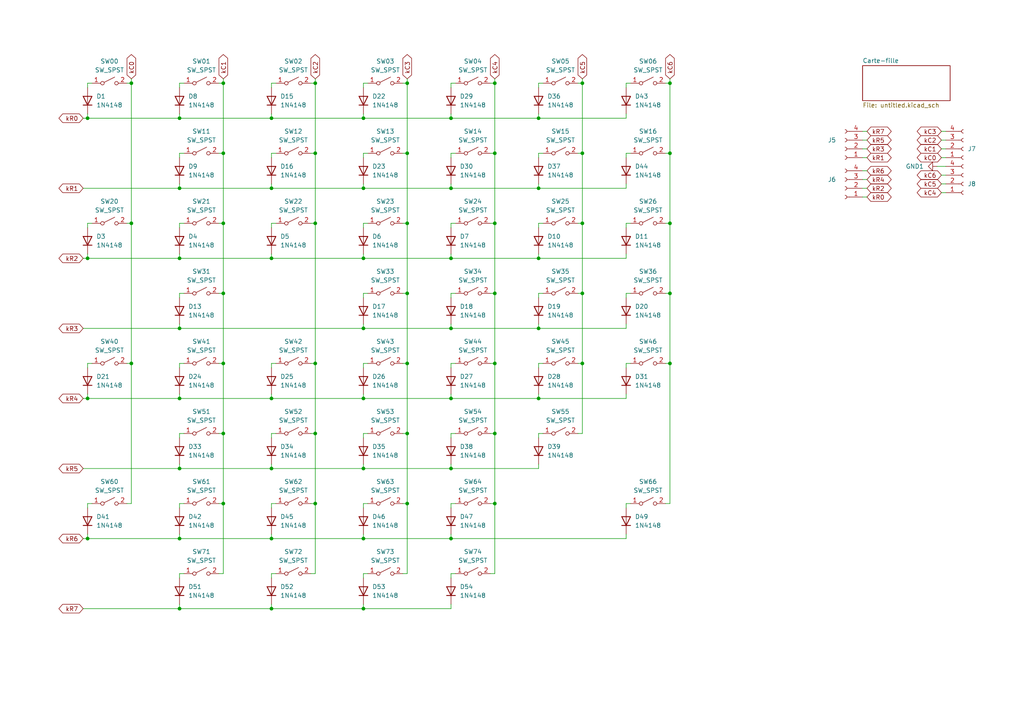
<source format=kicad_sch>
(kicad_sch (version 20230121) (generator eeschema)
  (paper "A4")
  (junction (at 156.21 54.61))
  (junction (at 118.11 125.73))
  (junction (at 78.74 156.21))
  (junction (at 156.21 34.29))
  (junction (at 91.44 44.45))
  (junction (at 194.31 105.41))
  (junction (at 130.81 95.25))
  (junction (at 118.11 44.45))
  (junction (at 156.21 95.25))
  (junction (at 194.31 64.77))
  (junction (at 156.21 74.93))
  (junction (at 25.4 156.21))
  (junction (at 91.44 125.73))
  (junction (at 78.74 34.29))
  (junction (at 38.1 105.41))
  (junction (at 105.41 95.25))
  (junction (at 64.77 105.41))
  (junction (at 52.07 176.53))
  (junction (at 194.31 85.09))
  (junction (at 130.81 115.57))
  (junction (at 168.91 85.09))
  (junction (at 105.41 74.93))
  (junction (at 38.1 24.13))
  (junction (at 143.51 125.73))
  (junction (at 78.74 74.93))
  (junction (at 91.44 146.05))
  (junction (at 64.77 64.77))
  (junction (at 25.4 74.93))
  (junction (at 64.77 125.73))
  (junction (at 64.77 24.13))
  (junction (at 78.74 54.61))
  (junction (at 78.74 115.57))
  (junction (at 38.1 64.77))
  (junction (at 52.07 156.21))
  (junction (at 168.91 24.13))
  (junction (at 156.21 115.57))
  (junction (at 105.41 54.61))
  (junction (at 143.51 146.05))
  (junction (at 118.11 105.41))
  (junction (at 91.44 64.77))
  (junction (at 143.51 64.77))
  (junction (at 78.74 176.53))
  (junction (at 143.51 44.45))
  (junction (at 130.81 74.93))
  (junction (at 52.07 95.25))
  (junction (at 25.4 34.29))
  (junction (at 91.44 24.13))
  (junction (at 143.51 85.09))
  (junction (at 105.41 156.21))
  (junction (at 130.81 34.29))
  (junction (at 130.81 54.61))
  (junction (at 52.07 54.61))
  (junction (at 64.77 44.45))
  (junction (at 105.41 135.89))
  (junction (at 118.11 24.13))
  (junction (at 52.07 115.57))
  (junction (at 168.91 64.77))
  (junction (at 64.77 146.05))
  (junction (at 168.91 44.45))
  (junction (at 52.07 74.93))
  (junction (at 194.31 24.13))
  (junction (at 118.11 85.09))
  (junction (at 52.07 135.89))
  (junction (at 105.41 115.57))
  (junction (at 52.07 34.29))
  (junction (at 25.4 115.57))
  (junction (at 143.51 105.41))
  (junction (at 105.41 176.53))
  (junction (at 130.81 156.21))
  (junction (at 130.81 135.89))
  (junction (at 118.11 146.05))
  (junction (at 143.51 24.13))
  (junction (at 118.11 64.77))
  (junction (at 64.77 85.09))
  (junction (at 91.44 105.41))
  (junction (at 168.91 105.41))
  (junction (at 78.74 135.89))
  (junction (at 105.41 34.29))
  (junction (at 194.31 44.45))
  (wire (pts (xy 105.41 135.89) (xy 130.81 135.89)))
  (wire (pts (xy 105.41 167.64) (xy 105.41 166.37)))
  (wire (pts (xy 156.21 85.09) (xy 157.48 85.09)))
  (wire (pts (xy 64.77 125.73) (xy 64.77 146.05)))
  (wire (pts (xy 78.74 25.4) (xy 78.74 24.13)))
  (wire (pts (xy 130.81 127) (xy 130.81 125.73)))
  (wire (pts (xy 52.07 33.02) (xy 52.07 34.29)))
  (wire (pts (xy 78.74 73.66) (xy 78.74 74.93)))
  (wire (pts (xy 130.81 86.36) (xy 130.81 85.09)))
  (wire (pts (xy 105.41 24.13) (xy 106.68 24.13)))
  (wire (pts (xy 156.21 106.68) (xy 156.21 105.41)))
  (wire (pts (xy 118.11 44.45) (xy 118.11 64.77)))
  (wire (pts (xy 118.11 44.45) (xy 116.84 44.45)))
  (wire (pts (xy 52.07 45.72) (xy 52.07 44.45)))
  (wire (pts (xy 156.21 105.41) (xy 157.48 105.41)))
  (wire (pts (xy 52.07 135.89) (xy 78.74 135.89)))
  (wire (pts (xy 143.51 85.09) (xy 143.51 105.41)))
  (wire (pts (xy 194.31 85.09) (xy 194.31 105.41)))
  (wire (pts (xy 130.81 106.68) (xy 130.81 105.41)))
  (wire (pts (xy 130.81 105.41) (xy 132.08 105.41)))
  (wire (pts (xy 273.05 50.8) (xy 274.32 50.8)))
  (wire (pts (xy 118.11 146.05) (xy 116.84 146.05)))
  (wire (pts (xy 64.77 146.05) (xy 63.5 146.05)))
  (wire (pts (xy 64.77 105.41) (xy 63.5 105.41)))
  (wire (pts (xy 91.44 166.37) (xy 90.17 166.37)))
  (wire (pts (xy 52.07 166.37) (xy 53.34 166.37)))
  (wire (pts (xy 24.13 54.61) (xy 52.07 54.61)))
  (wire (pts (xy 156.21 73.66) (xy 156.21 74.93)))
  (wire (pts (xy 118.11 125.73) (xy 118.11 146.05)))
  (wire (pts (xy 143.51 64.77) (xy 143.51 85.09)))
  (wire (pts (xy 168.91 85.09) (xy 167.64 85.09)))
  (wire (pts (xy 52.07 54.61) (xy 78.74 54.61)))
  (wire (pts (xy 130.81 74.93) (xy 156.21 74.93)))
  (wire (pts (xy 52.07 176.53) (xy 78.74 176.53)))
  (wire (pts (xy 52.07 146.05) (xy 53.34 146.05)))
  (wire (pts (xy 105.41 44.45) (xy 106.68 44.45)))
  (wire (pts (xy 273.05 38.1) (xy 274.32 38.1)))
  (wire (pts (xy 52.07 86.36) (xy 52.07 85.09)))
  (wire (pts (xy 143.51 64.77) (xy 142.24 64.77)))
  (wire (pts (xy 118.11 85.09) (xy 118.11 105.41)))
  (wire (pts (xy 156.21 115.57) (xy 181.61 115.57)))
  (wire (pts (xy 130.81 154.94) (xy 130.81 156.21)))
  (wire (pts (xy 130.81 53.34) (xy 130.81 54.61)))
  (wire (pts (xy 130.81 115.57) (xy 156.21 115.57)))
  (wire (pts (xy 105.41 154.94) (xy 105.41 156.21)))
  (wire (pts (xy 38.1 64.77) (xy 38.1 105.41)))
  (wire (pts (xy 105.41 146.05) (xy 106.68 146.05)))
  (wire (pts (xy 25.4 146.05) (xy 26.67 146.05)))
  (wire (pts (xy 64.77 44.45) (xy 64.77 64.77)))
  (wire (pts (xy 156.21 54.61) (xy 181.61 54.61)))
  (wire (pts (xy 194.31 44.45) (xy 193.04 44.45)))
  (wire (pts (xy 130.81 33.02) (xy 130.81 34.29)))
  (wire (pts (xy 130.81 156.21) (xy 181.61 156.21)))
  (wire (pts (xy 78.74 125.73) (xy 80.01 125.73)))
  (wire (pts (xy 25.4 154.94) (xy 25.4 156.21)))
  (wire (pts (xy 143.51 105.41) (xy 142.24 105.41)))
  (wire (pts (xy 78.74 156.21) (xy 105.41 156.21)))
  (wire (pts (xy 105.41 85.09) (xy 106.68 85.09)))
  (wire (pts (xy 38.1 64.77) (xy 36.83 64.77)))
  (wire (pts (xy 105.41 127) (xy 105.41 125.73)))
  (wire (pts (xy 64.77 22.86) (xy 64.77 24.13)))
  (wire (pts (xy 78.74 114.3) (xy 78.74 115.57)))
  (wire (pts (xy 25.4 73.66) (xy 25.4 74.93)))
  (wire (pts (xy 52.07 93.98) (xy 52.07 95.25)))
  (wire (pts (xy 52.07 95.25) (xy 105.41 95.25)))
  (wire (pts (xy 156.21 44.45) (xy 157.48 44.45)))
  (wire (pts (xy 130.81 34.29) (xy 156.21 34.29)))
  (wire (pts (xy 25.4 64.77) (xy 26.67 64.77)))
  (wire (pts (xy 156.21 93.98) (xy 156.21 95.25)))
  (wire (pts (xy 64.77 125.73) (xy 63.5 125.73)))
  (wire (pts (xy 194.31 105.41) (xy 193.04 105.41)))
  (wire (pts (xy 52.07 25.4) (xy 52.07 24.13)))
  (wire (pts (xy 105.41 106.68) (xy 105.41 105.41)))
  (wire (pts (xy 64.77 85.09) (xy 63.5 85.09)))
  (wire (pts (xy 105.41 166.37) (xy 106.68 166.37)))
  (wire (pts (xy 78.74 105.41) (xy 80.01 105.41)))
  (wire (pts (xy 91.44 24.13) (xy 91.44 44.45)))
  (wire (pts (xy 181.61 114.3) (xy 181.61 115.57)))
  (wire (pts (xy 52.07 147.32) (xy 52.07 146.05)))
  (wire (pts (xy 78.74 167.64) (xy 78.74 166.37)))
  (wire (pts (xy 118.11 24.13) (xy 116.84 24.13)))
  (wire (pts (xy 130.81 146.05) (xy 132.08 146.05)))
  (wire (pts (xy 25.4 24.13) (xy 26.67 24.13)))
  (wire (pts (xy 105.41 156.21) (xy 130.81 156.21)))
  (wire (pts (xy 194.31 105.41) (xy 194.31 146.05)))
  (wire (pts (xy 118.11 24.13) (xy 118.11 44.45)))
  (wire (pts (xy 250.19 45.72) (xy 251.46 45.72)))
  (wire (pts (xy 24.13 95.25) (xy 52.07 95.25)))
  (wire (pts (xy 130.81 125.73) (xy 132.08 125.73)))
  (wire (pts (xy 25.4 25.4) (xy 25.4 24.13)))
  (wire (pts (xy 118.11 125.73) (xy 116.84 125.73)))
  (wire (pts (xy 156.21 45.72) (xy 156.21 44.45)))
  (wire (pts (xy 38.1 24.13) (xy 36.83 24.13)))
  (wire (pts (xy 78.74 34.29) (xy 105.41 34.29)))
  (wire (pts (xy 78.74 135.89) (xy 105.41 135.89)))
  (wire (pts (xy 118.11 64.77) (xy 118.11 85.09)))
  (wire (pts (xy 105.41 134.62) (xy 105.41 135.89)))
  (wire (pts (xy 181.61 154.94) (xy 181.61 156.21)))
  (wire (pts (xy 105.41 45.72) (xy 105.41 44.45)))
  (wire (pts (xy 105.41 74.93) (xy 130.81 74.93)))
  (wire (pts (xy 78.74 175.26) (xy 78.74 176.53)))
  (wire (pts (xy 64.77 85.09) (xy 64.77 105.41)))
  (wire (pts (xy 181.61 64.77) (xy 182.88 64.77)))
  (wire (pts (xy 143.51 166.37) (xy 142.24 166.37)))
  (wire (pts (xy 181.61 66.04) (xy 181.61 64.77)))
  (wire (pts (xy 78.74 54.61) (xy 105.41 54.61)))
  (wire (pts (xy 78.74 166.37) (xy 80.01 166.37)))
  (wire (pts (xy 194.31 24.13) (xy 194.31 44.45)))
  (wire (pts (xy 130.81 54.61) (xy 156.21 54.61)))
  (wire (pts (xy 118.11 64.77) (xy 116.84 64.77)))
  (wire (pts (xy 143.51 44.45) (xy 142.24 44.45)))
  (wire (pts (xy 78.74 44.45) (xy 80.01 44.45)))
  (wire (pts (xy 52.07 114.3) (xy 52.07 115.57)))
  (wire (pts (xy 194.31 64.77) (xy 193.04 64.77)))
  (wire (pts (xy 78.74 134.62) (xy 78.74 135.89)))
  (wire (pts (xy 52.07 105.41) (xy 53.34 105.41)))
  (wire (pts (xy 25.4 34.29) (xy 52.07 34.29)))
  (wire (pts (xy 24.13 34.29) (xy 25.4 34.29)))
  (wire (pts (xy 52.07 106.68) (xy 52.07 105.41)))
  (wire (pts (xy 24.13 176.53) (xy 52.07 176.53)))
  (wire (pts (xy 156.21 34.29) (xy 181.61 34.29)))
  (wire (pts (xy 273.05 53.34) (xy 274.32 53.34)))
  (wire (pts (xy 130.81 45.72) (xy 130.81 44.45)))
  (wire (pts (xy 38.1 146.05) (xy 36.83 146.05)))
  (wire (pts (xy 168.91 44.45) (xy 167.64 44.45)))
  (wire (pts (xy 143.51 146.05) (xy 143.51 166.37)))
  (wire (pts (xy 64.77 166.37) (xy 63.5 166.37)))
  (wire (pts (xy 38.1 22.86) (xy 38.1 24.13)))
  (wire (pts (xy 25.4 66.04) (xy 25.4 64.77)))
  (wire (pts (xy 181.61 53.34) (xy 181.61 54.61)))
  (wire (pts (xy 273.05 40.64) (xy 274.32 40.64)))
  (wire (pts (xy 130.81 85.09) (xy 132.08 85.09)))
  (wire (pts (xy 250.19 40.64) (xy 251.46 40.64)))
  (wire (pts (xy 273.05 55.88) (xy 274.32 55.88)))
  (wire (pts (xy 143.51 146.05) (xy 142.24 146.05)))
  (wire (pts (xy 64.77 24.13) (xy 63.5 24.13)))
  (wire (pts (xy 168.91 24.13) (xy 168.91 44.45)))
  (wire (pts (xy 143.51 85.09) (xy 142.24 85.09)))
  (wire (pts (xy 52.07 175.26) (xy 52.07 176.53)))
  (wire (pts (xy 130.81 134.62) (xy 130.81 135.89)))
  (wire (pts (xy 24.13 135.89) (xy 52.07 135.89)))
  (wire (pts (xy 156.21 125.73) (xy 157.48 125.73)))
  (wire (pts (xy 143.51 125.73) (xy 143.51 146.05)))
  (wire (pts (xy 118.11 85.09) (xy 116.84 85.09)))
  (wire (pts (xy 168.91 44.45) (xy 168.91 64.77)))
  (wire (pts (xy 130.81 64.77) (xy 132.08 64.77)))
  (wire (pts (xy 271.78 48.26) (xy 274.32 48.26)))
  (wire (pts (xy 130.81 66.04) (xy 130.81 64.77)))
  (wire (pts (xy 52.07 115.57) (xy 78.74 115.57)))
  (wire (pts (xy 194.31 44.45) (xy 194.31 64.77)))
  (wire (pts (xy 181.61 93.98) (xy 181.61 95.25)))
  (wire (pts (xy 181.61 105.41) (xy 182.88 105.41)))
  (wire (pts (xy 105.41 64.77) (xy 106.68 64.77)))
  (wire (pts (xy 78.74 64.77) (xy 80.01 64.77)))
  (wire (pts (xy 38.1 24.13) (xy 38.1 64.77)))
  (wire (pts (xy 250.19 49.53) (xy 251.46 49.53)))
  (wire (pts (xy 181.61 146.05) (xy 182.88 146.05)))
  (wire (pts (xy 91.44 44.45) (xy 91.44 64.77)))
  (wire (pts (xy 24.13 156.21) (xy 25.4 156.21)))
  (wire (pts (xy 91.44 105.41) (xy 90.17 105.41)))
  (wire (pts (xy 181.61 24.13) (xy 182.88 24.13)))
  (wire (pts (xy 78.74 74.93) (xy 105.41 74.93)))
  (wire (pts (xy 78.74 127) (xy 78.74 125.73)))
  (wire (pts (xy 168.91 85.09) (xy 168.91 105.41)))
  (wire (pts (xy 105.41 105.41) (xy 106.68 105.41)))
  (wire (pts (xy 52.07 24.13) (xy 53.34 24.13)))
  (wire (pts (xy 91.44 125.73) (xy 91.44 146.05)))
  (wire (pts (xy 91.44 64.77) (xy 90.17 64.77)))
  (wire (pts (xy 91.44 44.45) (xy 90.17 44.45)))
  (wire (pts (xy 156.21 95.25) (xy 181.61 95.25)))
  (wire (pts (xy 181.61 73.66) (xy 181.61 74.93)))
  (wire (pts (xy 143.51 24.13) (xy 143.51 44.45)))
  (wire (pts (xy 105.41 176.53) (xy 130.81 176.53)))
  (wire (pts (xy 24.13 74.93) (xy 25.4 74.93)))
  (wire (pts (xy 168.91 24.13) (xy 167.64 24.13)))
  (wire (pts (xy 78.74 176.53) (xy 105.41 176.53)))
  (wire (pts (xy 168.91 105.41) (xy 167.64 105.41)))
  (wire (pts (xy 52.07 154.94) (xy 52.07 156.21)))
  (wire (pts (xy 181.61 147.32) (xy 181.61 146.05)))
  (wire (pts (xy 105.41 53.34) (xy 105.41 54.61)))
  (wire (pts (xy 64.77 146.05) (xy 64.77 166.37)))
  (wire (pts (xy 118.11 105.41) (xy 118.11 125.73)))
  (wire (pts (xy 52.07 44.45) (xy 53.34 44.45)))
  (wire (pts (xy 52.07 53.34) (xy 52.07 54.61)))
  (wire (pts (xy 250.19 43.18) (xy 251.46 43.18)))
  (wire (pts (xy 78.74 45.72) (xy 78.74 44.45)))
  (wire (pts (xy 52.07 127) (xy 52.07 125.73)))
  (wire (pts (xy 250.19 38.1) (xy 251.46 38.1)))
  (wire (pts (xy 156.21 127) (xy 156.21 125.73)))
  (wire (pts (xy 194.31 146.05) (xy 193.04 146.05)))
  (wire (pts (xy 52.07 73.66) (xy 52.07 74.93)))
  (wire (pts (xy 130.81 73.66) (xy 130.81 74.93)))
  (wire (pts (xy 64.77 24.13) (xy 64.77 44.45)))
  (wire (pts (xy 78.74 33.02) (xy 78.74 34.29)))
  (wire (pts (xy 105.41 175.26) (xy 105.41 176.53)))
  (wire (pts (xy 143.51 24.13) (xy 142.24 24.13)))
  (wire (pts (xy 25.4 74.93) (xy 52.07 74.93)))
  (wire (pts (xy 78.74 115.57) (xy 105.41 115.57)))
  (wire (pts (xy 91.44 24.13) (xy 90.17 24.13)))
  (wire (pts (xy 91.44 146.05) (xy 90.17 146.05)))
  (wire (pts (xy 181.61 44.45) (xy 182.88 44.45)))
  (wire (pts (xy 181.61 106.68) (xy 181.61 105.41)))
  (wire (pts (xy 118.11 146.05) (xy 118.11 166.37)))
  (wire (pts (xy 156.21 53.34) (xy 156.21 54.61)))
  (wire (pts (xy 78.74 24.13) (xy 80.01 24.13)))
  (wire (pts (xy 168.91 105.41) (xy 168.91 125.73)))
  (wire (pts (xy 91.44 22.86) (xy 91.44 24.13)))
  (wire (pts (xy 78.74 154.94) (xy 78.74 156.21)))
  (wire (pts (xy 64.77 64.77) (xy 63.5 64.77)))
  (wire (pts (xy 52.07 34.29) (xy 78.74 34.29)))
  (wire (pts (xy 130.81 166.37) (xy 132.08 166.37)))
  (wire (pts (xy 156.21 66.04) (xy 156.21 64.77)))
  (wire (pts (xy 130.81 147.32) (xy 130.81 146.05)))
  (wire (pts (xy 105.41 125.73) (xy 106.68 125.73)))
  (wire (pts (xy 25.4 114.3) (xy 25.4 115.57)))
  (wire (pts (xy 130.81 167.64) (xy 130.81 166.37)))
  (wire (pts (xy 25.4 106.68) (xy 25.4 105.41)))
  (wire (pts (xy 181.61 25.4) (xy 181.61 24.13)))
  (wire (pts (xy 130.81 25.4) (xy 130.81 24.13)))
  (wire (pts (xy 181.61 45.72) (xy 181.61 44.45)))
  (wire (pts (xy 78.74 106.68) (xy 78.74 105.41)))
  (wire (pts (xy 64.77 64.77) (xy 64.77 85.09)))
  (wire (pts (xy 130.81 24.13) (xy 132.08 24.13)))
  (wire (pts (xy 78.74 66.04) (xy 78.74 64.77)))
  (wire (pts (xy 78.74 53.34) (xy 78.74 54.61)))
  (wire (pts (xy 52.07 74.93) (xy 78.74 74.93)))
  (wire (pts (xy 118.11 166.37) (xy 116.84 166.37)))
  (wire (pts (xy 194.31 64.77) (xy 194.31 85.09)))
  (wire (pts (xy 250.19 54.61) (xy 251.46 54.61)))
  (wire (pts (xy 130.81 95.25) (xy 156.21 95.25)))
  (wire (pts (xy 273.05 43.18) (xy 274.32 43.18)))
  (wire (pts (xy 273.05 45.72) (xy 274.32 45.72)))
  (wire (pts (xy 168.91 64.77) (xy 168.91 85.09)))
  (wire (pts (xy 78.74 147.32) (xy 78.74 146.05)))
  (wire (pts (xy 194.31 24.13) (xy 193.04 24.13)))
  (wire (pts (xy 156.21 74.93) (xy 181.61 74.93)))
  (wire (pts (xy 25.4 156.21) (xy 52.07 156.21)))
  (wire (pts (xy 64.77 105.41) (xy 64.77 125.73)))
  (wire (pts (xy 156.21 134.62) (xy 156.21 135.89)))
  (wire (pts (xy 105.41 115.57) (xy 130.81 115.57)))
  (wire (pts (xy 143.51 125.73) (xy 142.24 125.73)))
  (wire (pts (xy 194.31 85.09) (xy 193.04 85.09)))
  (wire (pts (xy 52.07 134.62) (xy 52.07 135.89)))
  (wire (pts (xy 156.21 64.77) (xy 157.48 64.77)))
  (wire (pts (xy 250.19 52.07) (xy 251.46 52.07)))
  (wire (pts (xy 130.81 135.89) (xy 156.21 135.89)))
  (wire (pts (xy 194.31 22.86) (xy 194.31 24.13)))
  (wire (pts (xy 105.41 147.32) (xy 105.41 146.05)))
  (wire (pts (xy 156.21 86.36) (xy 156.21 85.09)))
  (wire (pts (xy 118.11 22.86) (xy 118.11 24.13)))
  (wire (pts (xy 130.81 114.3) (xy 130.81 115.57)))
  (wire (pts (xy 78.74 146.05) (xy 80.01 146.05)))
  (wire (pts (xy 24.13 115.57) (xy 25.4 115.57)))
  (wire (pts (xy 143.51 105.41) (xy 143.51 125.73)))
  (wire (pts (xy 105.41 34.29) (xy 130.81 34.29)))
  (wire (pts (xy 143.51 44.45) (xy 143.51 64.77)))
  (wire (pts (xy 181.61 33.02) (xy 181.61 34.29)))
  (wire (pts (xy 181.61 86.36) (xy 181.61 85.09)))
  (wire (pts (xy 181.61 85.09) (xy 182.88 85.09)))
  (wire (pts (xy 105.41 114.3) (xy 105.41 115.57)))
  (wire (pts (xy 25.4 33.02) (xy 25.4 34.29)))
  (wire (pts (xy 168.91 64.77) (xy 167.64 64.77)))
  (wire (pts (xy 130.81 93.98) (xy 130.81 95.25)))
  (wire (pts (xy 52.07 125.73) (xy 53.34 125.73)))
  (wire (pts (xy 105.41 86.36) (xy 105.41 85.09)))
  (wire (pts (xy 130.81 175.26) (xy 130.81 176.53)))
  (wire (pts (xy 250.19 57.15) (xy 251.46 57.15)))
  (wire (pts (xy 105.41 73.66) (xy 105.41 74.93)))
  (wire (pts (xy 52.07 85.09) (xy 53.34 85.09)))
  (wire (pts (xy 91.44 125.73) (xy 90.17 125.73)))
  (wire (pts (xy 91.44 146.05) (xy 91.44 166.37)))
  (wire (pts (xy 52.07 167.64) (xy 52.07 166.37)))
  (wire (pts (xy 168.91 22.86) (xy 168.91 24.13)))
  (wire (pts (xy 52.07 64.77) (xy 53.34 64.77)))
  (wire (pts (xy 25.4 105.41) (xy 26.67 105.41)))
  (wire (pts (xy 105.41 95.25) (xy 130.81 95.25)))
  (wire (pts (xy 156.21 25.4) (xy 156.21 24.13)))
  (wire (pts (xy 25.4 115.57) (xy 52.07 115.57)))
  (wire (pts (xy 105.41 66.04) (xy 105.41 64.77)))
  (wire (pts (xy 105.41 93.98) (xy 105.41 95.25)))
  (wire (pts (xy 130.81 44.45) (xy 132.08 44.45)))
  (wire (pts (xy 91.44 64.77) (xy 91.44 105.41)))
  (wire (pts (xy 143.51 22.86) (xy 143.51 24.13)))
  (wire (pts (xy 105.41 25.4) (xy 105.41 24.13)))
  (wire (pts (xy 156.21 33.02) (xy 156.21 34.29)))
  (wire (pts (xy 25.4 147.32) (xy 25.4 146.05)))
  (wire (pts (xy 168.91 125.73) (xy 167.64 125.73)))
  (wire (pts (xy 156.21 114.3) (xy 156.21 115.57)))
  (wire (pts (xy 64.77 44.45) (xy 63.5 44.45)))
  (wire (pts (xy 52.07 66.04) (xy 52.07 64.77)))
  (wire (pts (xy 52.07 156.21) (xy 78.74 156.21)))
  (wire (pts (xy 91.44 105.41) (xy 91.44 125.73)))
  (wire (pts (xy 105.41 33.02) (xy 105.41 34.29)))
  (wire (pts (xy 38.1 105.41) (xy 36.83 105.41)))
  (wire (pts (xy 156.21 24.13) (xy 157.48 24.13)))
  (wire (pts (xy 105.41 54.61) (xy 130.81 54.61)))
  (wire (pts (xy 118.11 105.41) (xy 116.84 105.41)))
  (wire (pts (xy 38.1 105.41) (xy 38.1 146.05)))
  (global_label "kC3" (shape bidirectional) (at 273.05 38.1 180) (property "Intersheetrefs" "${INTERSHEET_REFS}" (effects hide)))
  (global_label "kC6" (shape bidirectional) (at 273.05 50.8 180) (property "Intersheetrefs" "${INTERSHEET_REFS}" (effects hide)))
  (global_label "kC2" (shape bidirectional) (at 273.05 40.64 180) (property "Intersheetrefs" "${INTERSHEET_REFS}" (effects hide)))
  (global_label "kR6" (shape bidirectional) (at 24.13 156.21 180) (property "Intersheetrefs" "${INTERSHEET_REFS}" (effects hide)))
  (global_label "kC0" (shape bidirectional) (at 38.1 22.86 90) (property "Intersheetrefs" "${INTERSHEET_REFS}" (effects hide)))
  (global_label "kR3" (shape bidirectional) (at 24.13 95.25 180) (property "Intersheetrefs" "${INTERSHEET_REFS}" (effects hide)))
  (global_label "kR4" (shape bidirectional) (at 24.13 115.57 180) (property "Intersheetrefs" "${INTERSHEET_REFS}" (effects hide)))
  (global_label "kR2" (shape bidirectional) (at 251.46 54.61 0) (property "Intersheetrefs" "${INTERSHEET_REFS}" (effects hide)))
  (global_label "kC5" (shape bidirectional) (at 168.91 22.86 90) (property "Intersheetrefs" "${INTERSHEET_REFS}" (effects hide)))
  (global_label "kR5" (shape bidirectional) (at 251.46 40.64 0) (property "Intersheetrefs" "${INTERSHEET_REFS}" (effects hide)))
  (global_label "kC5" (shape bidirectional) (at 273.05 53.34 180) (property "Intersheetrefs" "${INTERSHEET_REFS}" (effects hide)))
  (global_label "kC4" (shape bidirectional) (at 143.51 22.86 90) (property "Intersheetrefs" "${INTERSHEET_REFS}" (effects hide)))
  (global_label "kR6" (shape bidirectional) (at 251.46 49.53 0) (property "Intersheetrefs" "${INTERSHEET_REFS}" (effects hide)))
  (global_label "kC0" (shape bidirectional) (at 273.05 45.72 180) (property "Intersheetrefs" "${INTERSHEET_REFS}" (effects hide)))
  (global_label "kC1" (shape bidirectional) (at 64.77 22.86 90) (property "Intersheetrefs" "${INTERSHEET_REFS}" (effects hide)))
  (global_label "kR0" (shape bidirectional) (at 24.13 34.29 180) (property "Intersheetrefs" "${INTERSHEET_REFS}" (effects hide)))
  (global_label "kR2" (shape bidirectional) (at 24.13 74.93 180) (property "Intersheetrefs" "${INTERSHEET_REFS}" (effects hide)))
  (global_label "kR4" (shape bidirectional) (at 251.46 52.07 0) (property "Intersheetrefs" "${INTERSHEET_REFS}" (effects hide)))
  (global_label "kR1" (shape bidirectional) (at 251.46 45.72 0) (property "Intersheetrefs" "${INTERSHEET_REFS}" (effects hide)))
  (global_label "kC1" (shape bidirectional) (at 273.05 43.18 180) (property "Intersheetrefs" "${INTERSHEET_REFS}" (effects hide)))
  (global_label "kR5" (shape bidirectional) (at 24.13 135.89 180) (property "Intersheetrefs" "${INTERSHEET_REFS}" (effects hide)))
  (global_label "kC2" (shape bidirectional) (at 91.44 22.86 90) (property "Intersheetrefs" "${INTERSHEET_REFS}" (effects hide)))
  (global_label "kC6" (shape bidirectional) (at 194.31 22.86 90) (property "Intersheetrefs" "${INTERSHEET_REFS}" (effects hide)))
  (global_label "kC3" (shape bidirectional) (at 118.11 22.86 90) (property "Intersheetrefs" "${INTERSHEET_REFS}" (effects hide)))
  (global_label "kR7" (shape bidirectional) (at 251.46 38.1 0) (property "Intersheetrefs" "${INTERSHEET_REFS}" (effects hide)))
  (global_label "kR0" (shape bidirectional) (at 251.46 57.15 0) (property "Intersheetrefs" "${INTERSHEET_REFS}" (effects hide)))
  (global_label "kR1" (shape bidirectional) (at 24.13 54.61 180) (property "Intersheetrefs" "${INTERSHEET_REFS}" (effects hide)))
  (global_label "kR3" (shape bidirectional) (at 251.46 43.18 0) (property "Intersheetrefs" "${INTERSHEET_REFS}" (effects hide)))
  (global_label "kR7" (shape bidirectional) (at 24.13 176.53 180) (property "Intersheetrefs" "${INTERSHEET_REFS}" (effects hide)))
  (global_label "kC4" (shape bidirectional) (at 273.05 55.88 180) (property "Intersheetrefs" "${INTERSHEET_REFS}" (effects hide)))
  (symbol (lib_id "Switch:SW_SPST") (at 85.09 105.41 0) (unit 1)
    (property "Reference" "SW42" (at 85.09 99.06 0))
    (property "Value" "SW_SPST" (at 85.09 101.6 0))
    (property "Footprint" "MyLibrary:SW_Cherry_MX_PCB" (effects hide))
  )
  (symbol (lib_id "Diode:1N4148") (at 156.21 69.85 90) (unit 1)
    (property "Reference" "D10" (at 158.75 68.58 90) (effects (justify right)))
    (property "Value" "1N4148" (at 158.75 71.12 90) (effects (justify right)))
    (property "Footprint" "Diode_THT:D_DO-35_SOD27_P7.62mm_Horizontal" (effects hide))
    (property "Datasheet" "https://assets.nexperia.com/documents/data-sheet/1N4148_1N4448.pdf" (effects hide))
    (property "Sim.Device" "D" (effects hide))
    (property "Sim.Pins" "1=K 2=A" (effects hide))
  )
  (symbol (lib_id "Switch:SW_SPST") (at 162.56 24.13 0) (unit 1)
    (property "Reference" "SW05" (at 162.56 17.78 0))
    (property "Value" "SW_SPST" (at 162.56 20.32 0))
    (property "Footprint" "MyLibrary:SW_Cherry_MX_PCB" (effects hide))
  )
  (symbol (lib_id "Switch:SW_SPST") (at 111.76 105.41 0) (unit 1)
    (property "Reference" "SW43" (at 111.76 99.06 0))
    (property "Value" "SW_SPST" (at 111.76 101.6 0))
    (property "Footprint" "MyLibrary:SW_Cherry_MX_PCB" (effects hide))
  )
  (symbol (lib_id "Switch:SW_SPST") (at 85.09 166.37 0) (unit 1)
    (property "Reference" "SW72" (at 85.09 160.02 0))
    (property "Value" "SW_SPST" (at 85.09 162.56 0))
    (property "Footprint" "MyLibrary:SW_Cherry_MX_PCB" (effects hide))
  )
  (symbol (lib_id "Diode:1N4148") (at 105.41 151.13 90) (unit 1)
    (property "Reference" "D46" (at 107.95 149.86 90) (effects (justify right)))
    (property "Value" "1N4148" (at 107.95 152.4 90) (effects (justify right)))
    (property "Footprint" "Diode_THT:D_DO-35_SOD27_P7.62mm_Horizontal" (effects hide))
    (property "Datasheet" "https://assets.nexperia.com/documents/data-sheet/1N4148_1N4448.pdf" (effects hide))
    (property "Sim.Device" "D" (effects hide))
    (property "Sim.Pins" "1=K 2=A" (effects hide))
  )
  (symbol (lib_id "Switch:SW_SPST") (at 58.42 85.09 0) (unit 1)
    (property "Reference" "SW31" (at 58.42 78.74 0))
    (property "Value" "SW_SPST" (at 58.42 81.28 0))
    (property "Footprint" "MyLibrary:SW_Cherry_MX_PCB" (effects hide))
  )
  (symbol (lib_id "Switch:SW_SPST") (at 162.56 44.45 0) (unit 1)
    (property "Reference" "SW15" (at 162.56 38.1 0))
    (property "Value" "SW_SPST" (at 162.56 40.64 0))
    (property "Footprint" "MyLibrary:SW_Cherry_MX_PCB" (effects hide))
  )
  (symbol (lib_id "Switch:SW_SPST") (at 58.42 64.77 0) (unit 1)
    (property "Reference" "SW21" (at 58.42 58.42 0))
    (property "Value" "SW_SPST" (at 58.42 60.96 0))
    (property "Footprint" "MyLibrary:SW_Cherry_MX_PCB" (effects hide))
  )
  (symbol (lib_id "Connector:Conn_01x04_Socket") (at 279.4 53.34 0) (mirror x) (unit 1)
    (property "Reference" "J8" (at 280.67 53.34 0) (effects (justify left)))
    (property "Value" "Conn_01x04_Socket" (effects hide))
    (property "Footprint" "Connector_PinHeader_2.54mm:PinHeader_1x04_P2.54mm_Vertical" (effects hide))
  )
  (symbol (lib_id "Switch:SW_SPST") (at 111.76 44.45 0) (unit 1)
    (property "Reference" "SW13" (at 111.76 38.1 0))
    (property "Value" "SW_SPST" (at 111.76 40.64 0))
    (property "Footprint" "MyLibrary:SW_Cherry_MX_PCB" (effects hide))
  )
  (symbol (lib_id "Switch:SW_SPST") (at 162.56 85.09 0) (unit 1)
    (property "Reference" "SW35" (at 162.56 78.74 0))
    (property "Value" "SW_SPST" (at 162.56 81.28 0))
    (property "Footprint" "MyLibrary:SW_Cherry_MX_PCB" (effects hide))
  )
  (symbol (lib_id "Diode:1N4148") (at 105.41 69.85 90) (unit 1)
    (property "Reference" "D6" (at 107.95 68.58 90) (effects (justify right)))
    (property "Value" "1N4148" (at 107.95 71.12 90) (effects (justify right)))
    (property "Footprint" "Diode_THT:D_DO-35_SOD27_P7.62mm_Horizontal" (effects hide))
    (property "Datasheet" "https://assets.nexperia.com/documents/data-sheet/1N4148_1N4448.pdf" (effects hide))
    (property "Sim.Device" "D" (effects hide))
    (property "Sim.Pins" "1=K 2=A" (effects hide))
  )
  (symbol (lib_id "Diode:1N4148") (at 52.07 130.81 90) (unit 1)
    (property "Reference" "D33" (at 54.61 129.54 90) (effects (justify right)))
    (property "Value" "1N4148" (at 54.61 132.08 90) (effects (justify right)))
    (property "Footprint" "Diode_THT:D_DO-35_SOD27_P7.62mm_Horizontal" (effects hide))
    (property "Datasheet" "https://assets.nexperia.com/documents/data-sheet/1N4148_1N4448.pdf" (effects hide))
    (property "Sim.Device" "D" (effects hide))
    (property "Sim.Pins" "1=K 2=A" (effects hide))
  )
  (symbol (lib_id "Diode:1N4148") (at 105.41 49.53 90) (unit 1)
    (property "Reference" "D23" (at 107.95 48.26 90) (effects (justify right)))
    (property "Value" "1N4148" (at 107.95 50.8 90) (effects (justify right)))
    (property "Footprint" "Diode_THT:D_DO-35_SOD27_P7.62mm_Horizontal" (effects hide))
    (property "Datasheet" "https://assets.nexperia.com/documents/data-sheet/1N4148_1N4448.pdf" (effects hide))
    (property "Sim.Device" "D" (effects hide))
    (property "Sim.Pins" "1=K 2=A" (effects hide))
  )
  (symbol (lib_id "Switch:SW_SPST") (at 187.96 85.09 0) (unit 1)
    (property "Reference" "SW36" (at 187.96 78.74 0))
    (property "Value" "SW_SPST" (at 187.96 81.28 0))
    (property "Footprint" "MyLibrary:SW_Cherry_MX_PCB" (effects hide))
  )
  (symbol (lib_id "Diode:1N4148") (at 52.07 90.17 90) (unit 1)
    (property "Reference" "D13" (at 54.61 88.9 90) (effects (justify right)))
    (property "Value" "1N4148" (at 54.61 91.44 90) (effects (justify right)))
    (property "Footprint" "Diode_THT:D_DO-35_SOD27_P7.62mm_Horizontal" (effects hide))
    (property "Datasheet" "https://assets.nexperia.com/documents/data-sheet/1N4148_1N4448.pdf" (effects hide))
    (property "Sim.Device" "D" (effects hide))
    (property "Sim.Pins" "1=K 2=A" (effects hide))
  )
  (symbol (lib_id "Switch:SW_SPST") (at 137.16 64.77 0) (unit 1)
    (property "Reference" "SW24" (at 137.16 58.42 0))
    (property "Value" "SW_SPST" (at 137.16 60.96 0))
    (property "Footprint" "MyLibrary:SW_Cherry_MX_PCB" (effects hide))
  )
  (symbol (lib_id "Switch:SW_SPST") (at 162.56 125.73 0) (unit 1)
    (property "Reference" "SW55" (at 162.56 119.38 0))
    (property "Value" "SW_SPST" (at 162.56 121.92 0))
    (property "Footprint" "MyLibrary:SW_Cherry_MX_PCB" (effects hide))
  )
  (symbol (lib_id "Switch:SW_SPST") (at 85.09 125.73 0) (unit 1)
    (property "Reference" "SW52" (at 85.09 119.38 0))
    (property "Value" "SW_SPST" (at 85.09 121.92 0))
    (property "Footprint" "MyLibrary:SW_Cherry_MX_PCB" (effects hide))
  )
  (symbol (lib_id "Diode:1N4148") (at 78.74 49.53 90) (unit 1)
    (property "Reference" "D16" (at 81.28 48.26 90) (effects (justify right)))
    (property "Value" "1N4148" (at 81.28 50.8 90) (effects (justify right)))
    (property "Footprint" "Diode_THT:D_DO-35_SOD27_P7.62mm_Horizontal" (effects hide))
    (property "Datasheet" "https://assets.nexperia.com/documents/data-sheet/1N4148_1N4448.pdf" (effects hide))
    (property "Sim.Device" "D" (effects hide))
    (property "Sim.Pins" "1=K 2=A" (effects hide))
  )
  (symbol (lib_id "Connector:Conn_01x04_Socket") (at 245.11 43.18 180) (unit 1)
    (property "Reference" "J5" (at 241.3 40.64 0))
    (property "Value" "Conn_01x04_Socket" (effects hide))
    (property "Footprint" "Connector_PinHeader_2.54mm:PinHeader_1x04_P2.54mm_Vertical" (effects hide))
  )
  (symbol (lib_id "Switch:SW_SPST") (at 187.96 24.13 0) (unit 1)
    (property "Reference" "SW06" (at 187.96 17.78 0))
    (property "Value" "SW_SPST" (at 187.96 20.32 0))
    (property "Footprint" "MyLibrary:SW_Cherry_MX_PCB" (effects hide))
  )
  (symbol (lib_id "Diode:1N4148") (at 130.81 171.45 90) (unit 1)
    (property "Reference" "D54" (at 133.35 170.18 90) (effects (justify right)))
    (property "Value" "1N4148" (at 133.35 172.72 90) (effects (justify right)))
    (property "Footprint" "Diode_THT:D_DO-35_SOD27_P7.62mm_Horizontal" (effects hide))
    (property "Datasheet" "https://assets.nexperia.com/documents/data-sheet/1N4148_1N4448.pdf" (effects hide))
    (property "Sim.Device" "D" (effects hide))
    (property "Sim.Pins" "1=K 2=A" (effects hide))
  )
  (symbol (lib_id "Switch:SW_SPST") (at 58.42 44.45 0) (unit 1)
    (property "Reference" "SW11" (at 58.42 38.1 0))
    (property "Value" "SW_SPST" (at 58.42 40.64 0))
    (property "Footprint" "MyLibrary:SW_Cherry_MX_PCB" (effects hide))
  )
  (symbol (lib_id "Switch:SW_SPST") (at 111.76 125.73 0) (unit 1)
    (property "Reference" "SW53" (at 111.76 119.38 0))
    (property "Value" "SW_SPST" (at 111.76 121.92 0))
    (property "Footprint" "MyLibrary:SW_Cherry_MX_PCB" (effects hide))
  )
  (symbol (lib_id "Switch:SW_SPST") (at 137.16 105.41 0) (unit 1)
    (property "Reference" "SW44" (at 137.16 99.06 0))
    (property "Value" "SW_SPST" (at 137.16 101.6 0))
    (property "Footprint" "MyLibrary:SW_Cherry_MX_PCB" (effects hide))
  )
  (symbol (lib_id "Diode:1N4148") (at 156.21 90.17 90) (unit 1)
    (property "Reference" "D19" (at 158.75 88.9 90) (effects (justify right)))
    (property "Value" "1N4148" (at 158.75 91.44 90) (effects (justify right)))
    (property "Footprint" "Diode_THT:D_DO-35_SOD27_P7.62mm_Horizontal" (effects hide))
    (property "Datasheet" "https://assets.nexperia.com/documents/data-sheet/1N4148_1N4448.pdf" (effects hide))
    (property "Sim.Device" "D" (effects hide))
    (property "Sim.Pins" "1=K 2=A" (effects hide))
  )
  (symbol (lib_id "Diode:1N4148") (at 130.81 110.49 90) (unit 1)
    (property "Reference" "D27" (at 133.35 109.22 90) (effects (justify right)))
    (property "Value" "1N4148" (at 133.35 111.76 90) (effects (justify right)))
    (property "Footprint" "Diode_THT:D_DO-35_SOD27_P7.62mm_Horizontal" (effects hide))
    (property "Datasheet" "https://assets.nexperia.com/documents/data-sheet/1N4148_1N4448.pdf" (effects hide))
    (property "Sim.Device" "D" (effects hide))
    (property "Sim.Pins" "1=K 2=A" (effects hide))
  )
  (symbol (lib_id "Diode:1N4148") (at 105.41 110.49 90) (unit 1)
    (property "Reference" "D26" (at 107.95 109.22 90) (effects (justify right)))
    (property "Value" "1N4148" (at 107.95 111.76 90) (effects (justify right)))
    (property "Footprint" "Diode_THT:D_DO-35_SOD27_P7.62mm_Horizontal" (effects hide))
    (property "Datasheet" "https://assets.nexperia.com/documents/data-sheet/1N4148_1N4448.pdf" (effects hide))
    (property "Sim.Device" "D" (effects hide))
    (property "Sim.Pins" "1=K 2=A" (effects hide))
  )
  (symbol (lib_id "Diode:1N4148") (at 156.21 130.81 90) (unit 1)
    (property "Reference" "D39" (at 158.75 129.54 90) (effects (justify right)))
    (property "Value" "1N4148" (at 158.75 132.08 90) (effects (justify right)))
    (property "Footprint" "Diode_THT:D_DO-35_SOD27_P7.62mm_Horizontal" (effects hide))
    (property "Datasheet" "https://assets.nexperia.com/documents/data-sheet/1N4148_1N4448.pdf" (effects hide))
    (property "Sim.Device" "D" (effects hide))
    (property "Sim.Pins" "1=K 2=A" (effects hide))
  )
  (symbol (lib_id "Switch:SW_SPST") (at 111.76 64.77 0) (unit 1)
    (property "Reference" "SW23" (at 111.76 58.42 0))
    (property "Value" "SW_SPST" (at 111.76 60.96 0))
    (property "Footprint" "MyLibrary:SW_Cherry_MX_PCB" (effects hide))
  )
  (symbol (lib_id "Diode:1N4148") (at 105.41 171.45 90) (unit 1)
    (property "Reference" "D53" (at 107.95 170.18 90) (effects (justify right)))
    (property "Value" "1N4148" (at 107.95 172.72 90) (effects (justify right)))
    (property "Footprint" "Diode_THT:D_DO-35_SOD27_P7.62mm_Horizontal" (effects hide))
    (property "Datasheet" "https://assets.nexperia.com/documents/data-sheet/1N4148_1N4448.pdf" (effects hide))
    (property "Sim.Device" "D" (effects hide))
    (property "Sim.Pins" "1=K 2=A" (effects hide))
  )
  (symbol (lib_id "Switch:SW_SPST") (at 187.96 105.41 0) (unit 1)
    (property "Reference" "SW46" (at 187.96 99.06 0))
    (property "Value" "SW_SPST" (at 187.96 101.6 0))
    (property "Footprint" "MyLibrary:SW_Cherry_MX_PCB" (effects hide))
  )
  (symbol (lib_id "Connector:Conn_01x04_Socket") (at 279.4 43.18 0) (mirror x) (unit 1)
    (property "Reference" "J7" (at 280.67 43.18 0) (effects (justify left)))
    (property "Value" "Conn_01x04_Socket" (effects hide))
    (property "Footprint" "Connector_PinHeader_2.54mm:PinHeader_1x04_P2.54mm_Vertical" (effects hide))
  )
  (symbol (lib_id "Diode:1N4148") (at 78.74 151.13 90) (unit 1)
    (property "Reference" "D45" (at 81.28 149.86 90) (effects (justify right)))
    (property "Value" "1N4148" (at 81.28 152.4 90) (effects (justify right)))
    (property "Footprint" "Diode_THT:D_DO-35_SOD27_P7.62mm_Horizontal" (effects hide))
    (property "Datasheet" "https://assets.nexperia.com/documents/data-sheet/1N4148_1N4448.pdf" (effects hide))
    (property "Sim.Device" "D" (effects hide))
    (property "Sim.Pins" "1=K 2=A" (effects hide))
  )
  (symbol (lib_id "Diode:1N4148") (at 181.61 69.85 90) (unit 1)
    (property "Reference" "D11" (at 184.15 68.58 90) (effects (justify right)))
    (property "Value" "1N4148" (at 184.15 71.12 90) (effects (justify right)))
    (property "Footprint" "Diode_THT:D_DO-35_SOD27_P7.62mm_Horizontal" (effects hide))
    (property "Datasheet" "https://assets.nexperia.com/documents/data-sheet/1N4148_1N4448.pdf" (effects hide))
    (property "Sim.Device" "D" (effects hide))
    (property "Sim.Pins" "1=K 2=A" (effects hide))
  )
  (symbol (lib_id "Diode:1N4148") (at 181.61 151.13 90) (unit 1)
    (property "Reference" "D49" (at 184.15 149.86 90) (effects (justify right)))
    (property "Value" "1N4148" (at 184.15 152.4 90) (effects (justify right)))
    (property "Footprint" "Diode_THT:D_DO-35_SOD27_P7.62mm_Horizontal" (effects hide))
    (property "Datasheet" "https://assets.nexperia.com/documents/data-sheet/1N4148_1N4448.pdf" (effects hide))
    (property "Sim.Device" "D" (effects hide))
    (property "Sim.Pins" "1=K 2=A" (effects hide))
  )
  (symbol (lib_id "Diode:1N4148") (at 78.74 69.85 90) (unit 1)
    (property "Reference" "D5" (at 81.28 68.58 90) (effects (justify right)))
    (property "Value" "1N4148" (at 81.28 71.12 90) (effects (justify right)))
    (property "Footprint" "Diode_THT:D_DO-35_SOD27_P7.62mm_Horizontal" (effects hide))
    (property "Datasheet" "https://assets.nexperia.com/documents/data-sheet/1N4148_1N4448.pdf" (effects hide))
    (property "Sim.Device" "D" (effects hide))
    (property "Sim.Pins" "1=K 2=A" (effects hide))
  )
  (symbol (lib_id "Diode:1N4148") (at 25.4 29.21 90) (unit 1)
    (property "Reference" "D1" (at 27.94 27.94 90) (effects (justify right)))
    (property "Value" "1N4148" (at 27.94 30.48 90) (effects (justify right)))
    (property "Footprint" "Diode_THT:D_DO-35_SOD27_P7.62mm_Horizontal" (effects hide))
    (property "Datasheet" "https://assets.nexperia.com/documents/data-sheet/1N4148_1N4448.pdf" (effects hide))
    (property "Sim.Device" "D" (effects hide))
    (property "Sim.Pins" "1=K 2=A" (effects hide))
  )
  (symbol (lib_id "Switch:SW_SPST") (at 31.75 105.41 0) (unit 1)
    (property "Reference" "SW40" (at 31.75 99.06 0))
    (property "Value" "SW_SPST" (at 31.75 101.6 0))
    (property "Footprint" "MyLibrary:SW_Cherry_MX_PCB" (effects hide))
  )
  (symbol (lib_id "Diode:1N4148") (at 130.81 130.81 90) (unit 1)
    (property "Reference" "D38" (at 133.35 129.54 90) (effects (justify right)))
    (property "Value" "1N4148" (at 133.35 132.08 90) (effects (justify right)))
    (property "Footprint" "Diode_THT:D_DO-35_SOD27_P7.62mm_Horizontal" (effects hide))
    (property "Datasheet" "https://assets.nexperia.com/documents/data-sheet/1N4148_1N4448.pdf" (effects hide))
    (property "Sim.Device" "D" (effects hide))
    (property "Sim.Pins" "1=K 2=A" (effects hide))
  )
  (symbol (lib_id "Switch:SW_SPST") (at 58.42 125.73 0) (unit 1)
    (property "Reference" "SW51" (at 58.42 119.38 0))
    (property "Value" "SW_SPST" (at 58.42 121.92 0))
    (property "Footprint" "MyLibrary:SW_Cherry_MX_PCB" (effects hide))
  )
  (symbol (lib_id "Diode:1N4148") (at 52.07 49.53 90) (unit 1)
    (property "Reference" "D9" (at 54.61 48.26 90) (effects (justify right)))
    (property "Value" "1N4148" (at 54.61 50.8 90) (effects (justify right)))
    (property "Footprint" "Diode_THT:D_DO-35_SOD27_P7.62mm_Horizontal" (effects hide))
    (property "Datasheet" "https://assets.nexperia.com/documents/data-sheet/1N4148_1N4448.pdf" (effects hide))
    (property "Sim.Device" "D" (effects hide))
    (property "Sim.Pins" "1=K 2=A" (effects hide))
  )
  (symbol (lib_id "Diode:1N4148") (at 25.4 151.13 90) (unit 1)
    (property "Reference" "D41" (at 27.94 149.86 90) (effects (justify right)))
    (property "Value" "1N4148" (at 27.94 152.4 90) (effects (justify right)))
    (property "Footprint" "Diode_THT:D_DO-35_SOD27_P7.62mm_Horizontal" (effects hide))
    (property "Datasheet" "https://assets.nexperia.com/documents/data-sheet/1N4148_1N4448.pdf" (effects hide))
    (property "Sim.Device" "D" (effects hide))
    (property "Sim.Pins" "1=K 2=A" (effects hide))
  )
  (symbol (lib_id "Diode:1N4148") (at 130.81 151.13 90) (unit 1)
    (property "Reference" "D47" (at 133.35 149.86 90) (effects (justify right)))
    (property "Value" "1N4148" (at 133.35 152.4 90) (effects (justify right)))
    (property "Footprint" "Diode_THT:D_DO-35_SOD27_P7.62mm_Horizontal" (effects hide))
    (property "Datasheet" "https://assets.nexperia.com/documents/data-sheet/1N4148_1N4448.pdf" (effects hide))
    (property "Sim.Device" "D" (effects hide))
    (property "Sim.Pins" "1=K 2=A" (effects hide))
  )
  (symbol (lib_id "Switch:SW_SPST") (at 31.75 146.05 0) (unit 1)
    (property "Reference" "SW60" (at 31.75 139.7 0))
    (property "Value" "SW_SPST" (at 31.75 142.24 0))
    (property "Footprint" "MyLibrary:SW_Cherry_MX_PCB" (effects hide))
  )
  (symbol (lib_id "Diode:1N4148") (at 105.41 90.17 90) (unit 1)
    (property "Reference" "D17" (at 107.95 88.9 90) (effects (justify right)))
    (property "Value" "1N4148" (at 107.95 91.44 90) (effects (justify right)))
    (property "Footprint" "Diode_THT:D_DO-35_SOD27_P7.62mm_Horizontal" (effects hide))
    (property "Datasheet" "https://assets.nexperia.com/documents/data-sheet/1N4148_1N4448.pdf" (effects hide))
    (property "Sim.Device" "D" (effects hide))
    (property "Sim.Pins" "1=K 2=A" (effects hide))
  )
  (symbol (lib_id "Switch:SW_SPST") (at 31.75 64.77 0) (unit 1)
    (property "Reference" "SW20" (at 31.75 58.42 0))
    (property "Value" "SW_SPST" (at 31.75 60.96 0))
    (property "Footprint" "MyLibrary:SW_Cherry_MX_PCB" (effects hide))
  )
  (symbol (lib_id "Connector:Conn_01x04_Socket") (at 245.11 54.61 180) (unit 1)
    (property "Reference" "J6" (at 241.3 52.07 0))
    (property "Value" "Conn_01x04_Socket" (effects hide))
    (property "Footprint" "Connector_PinHeader_2.54mm:PinHeader_1x04_P2.54mm_Vertical" (effects hide))
  )
  (symbol (lib_id "Switch:SW_SPST") (at 31.75 24.13 0) (unit 1)
    (property "Reference" "SW00" (at 31.75 17.78 0))
    (property "Value" "SW_SPST" (at 31.75 20.32 0))
    (property "Footprint" "MyLibrary:SW_Cherry_MX_PCB" (effects hide))
  )
  (symbol (lib_id "Diode:1N4148") (at 78.74 110.49 90) (unit 1)
    (property "Reference" "D25" (at 81.28 109.22 90) (effects (justify right)))
    (property "Value" "1N4148" (at 81.28 111.76 90) (effects (justify right)))
    (property "Footprint" "Diode_THT:D_DO-35_SOD27_P7.62mm_Horizontal" (effects hide))
    (property "Datasheet" "https://assets.nexperia.com/documents/data-sheet/1N4148_1N4448.pdf" (effects hide))
    (property "Sim.Device" "D" (effects hide))
    (property "Sim.Pins" "1=K 2=A" (effects hide))
  )
  (symbol (lib_id "Diode:1N4148") (at 52.07 151.13 90) (unit 1)
    (property "Reference" "D42" (at 54.61 149.86 90) (effects (justify right)))
    (property "Value" "1N4148" (at 54.61 152.4 90) (effects (justify right)))
    (property "Footprint" "Diode_THT:D_DO-35_SOD27_P7.62mm_Horizontal" (effects hide))
    (property "Datasheet" "https://assets.nexperia.com/documents/data-sheet/1N4148_1N4448.pdf" (effects hide))
    (property "Sim.Device" "D" (effects hide))
    (property "Sim.Pins" "1=K 2=A" (effects hide))
  )
  (symbol (lib_id "Diode:1N4148") (at 52.07 110.49 90) (unit 1)
    (property "Reference" "D24" (at 54.61 109.22 90) (effects (justify right)))
    (property "Value" "1N4148" (at 54.61 111.76 90) (effects (justify right)))
    (property "Footprint" "Diode_THT:D_DO-35_SOD27_P7.62mm_Horizontal" (effects hide))
    (property "Datasheet" "https://assets.nexperia.com/documents/data-sheet/1N4148_1N4448.pdf" (effects hide))
    (property "Sim.Device" "D" (effects hide))
    (property "Sim.Pins" "1=K 2=A" (effects hide))
  )
  (symbol (lib_id "Diode:1N4148") (at 181.61 110.49 90) (unit 1)
    (property "Reference" "D31" (at 184.15 109.22 90) (effects (justify right)))
    (property "Value" "1N4148" (at 184.15 111.76 90) (effects (justify right)))
    (property "Footprint" "Diode_THT:D_DO-35_SOD27_P7.62mm_Horizontal" (effects hide))
    (property "Datasheet" "https://assets.nexperia.com/documents/data-sheet/1N4148_1N4448.pdf" (effects hide))
    (property "Sim.Device" "D" (effects hide))
    (property "Sim.Pins" "1=K 2=A" (effects hide))
  )
  (symbol (lib_id "Diode:1N4148") (at 130.81 49.53 90) (unit 1)
    (property "Reference" "D30" (at 133.35 48.26 90) (effects (justify right)))
    (property "Value" "1N4148" (at 133.35 50.8 90) (effects (justify right)))
    (property "Footprint" "Diode_THT:D_DO-35_SOD27_P7.62mm_Horizontal" (effects hide))
    (property "Datasheet" "https://assets.nexperia.com/documents/data-sheet/1N4148_1N4448.pdf" (effects hide))
    (property "Sim.Device" "D" (effects hide))
    (property "Sim.Pins" "1=K 2=A" (effects hide))
  )
  (symbol (lib_id "Switch:SW_SPST") (at 137.16 166.37 0) (unit 1)
    (property "Reference" "SW74" (at 137.16 160.02 0))
    (property "Value" "SW_SPST" (at 137.16 162.56 0))
    (property "Footprint" "MyLibrary:SW_Cherry_MX_PCB" (effects hide))
  )
  (symbol (lib_id "Diode:1N4148") (at 78.74 130.81 90) (unit 1)
    (property "Reference" "D34" (at 81.28 129.54 90) (effects (justify right)))
    (property "Value" "1N4148" (at 81.28 132.08 90) (effects (justify right)))
    (property "Footprint" "Diode_THT:D_DO-35_SOD27_P7.62mm_Horizontal" (effects hide))
    (property "Datasheet" "https://assets.nexperia.com/documents/data-sheet/1N4148_1N4448.pdf" (effects hide))
    (property "Sim.Device" "D" (effects hide))
    (property "Sim.Pins" "1=K 2=A" (effects hide))
  )
  (symbol (lib_id "Switch:SW_SPST") (at 137.16 146.05 0) (unit 1)
    (property "Reference" "SW64" (at 137.16 139.7 0))
    (property "Value" "SW_SPST" (at 137.16 142.24 0))
    (property "Footprint" "MyLibrary:SW_Cherry_MX_PCB" (effects hide))
  )
  (symbol (lib_id "Switch:SW_SPST") (at 137.16 85.09 0) (unit 1)
    (property "Reference" "SW34" (at 137.16 78.74 0))
    (property "Value" "SW_SPST" (at 137.16 81.28 0))
    (property "Footprint" "MyLibrary:SW_Cherry_MX_PCB" (effects hide))
  )
  (symbol (lib_id "Switch:SW_SPST") (at 85.09 24.13 0) (unit 1)
    (property "Reference" "SW02" (at 85.09 17.78 0))
    (property "Value" "SW_SPST" (at 85.09 20.32 0))
    (property "Footprint" "MyLibrary:SW_Cherry_MX_PCB" (effects hide))
  )
  (symbol (lib_id "Switch:SW_SPST") (at 111.76 85.09 0) (unit 1)
    (property "Reference" "SW33" (at 111.76 78.74 0))
    (property "Value" "SW_SPST" (at 111.76 81.28 0))
    (property "Footprint" "MyLibrary:SW_Cherry_MX_PCB" (effects hide))
  )
  (symbol (lib_id "Diode:1N4148") (at 25.4 110.49 90) (unit 1)
    (property "Reference" "D21" (at 27.94 109.22 90) (effects (justify right)))
    (property "Value" "1N4148" (at 27.94 111.76 90) (effects (justify right)))
    (property "Footprint" "Diode_THT:D_DO-35_SOD27_P7.62mm_Horizontal" (effects hide))
    (property "Datasheet" "https://assets.nexperia.com/documents/data-sheet/1N4148_1N4448.pdf" (effects hide))
    (property "Sim.Device" "D" (effects hide))
    (property "Sim.Pins" "1=K 2=A" (effects hide))
  )
  (symbol (lib_id "Diode:1N4148") (at 156.21 49.53 90) (unit 1)
    (property "Reference" "D37" (at 158.75 48.26 90) (effects (justify right)))
    (property "Value" "1N4148" (at 158.75 50.8 90) (effects (justify right)))
    (property "Footprint" "Diode_THT:D_DO-35_SOD27_P7.62mm_Horizontal" (effects hide))
    (property "Datasheet" "https://assets.nexperia.com/documents/data-sheet/1N4148_1N4448.pdf" (effects hide))
    (property "Sim.Device" "D" (effects hide))
    (property "Sim.Pins" "1=K 2=A" (effects hide))
  )
  (symbol (lib_id "Switch:SW_SPST") (at 187.96 44.45 0) (unit 1)
    (property "Reference" "SW16" (at 187.96 38.1 0))
    (property "Value" "SW_SPST" (at 187.96 40.64 0))
    (property "Footprint" "MyLibrary:SW_Cherry_MX_PCB" (effects hide))
  )
  (symbol (lib_id "Switch:SW_SPST") (at 187.96 64.77 0) (unit 1)
    (property "Reference" "SW26" (at 187.96 58.42 0))
    (property "Value" "SW_SPST" (at 187.96 60.96 0))
    (property "Footprint" "MyLibrary:SW_Cherry_MX_PCB" (effects hide))
  )
  (symbol (lib_id "Diode:1N4148") (at 52.07 171.45 90) (unit 1)
    (property "Reference" "D51" (at 54.61 170.18 90) (effects (justify right)))
    (property "Value" "1N4148" (at 54.61 172.72 90) (effects (justify right)))
    (property "Footprint" "Diode_THT:D_DO-35_SOD27_P7.62mm_Horizontal" (effects hide))
    (property "Datasheet" "https://assets.nexperia.com/documents/data-sheet/1N4148_1N4448.pdf" (effects hide))
    (property "Sim.Device" "D" (effects hide))
    (property "Sim.Pins" "1=K 2=A" (effects hide))
  )
  (symbol (lib_id "Diode:1N4148") (at 181.61 49.53 90) (unit 1)
    (property "Reference" "D44" (at 184.15 48.26 90) (effects (justify right)))
    (property "Value" "1N4148" (at 184.15 50.8 90) (effects (justify right)))
    (property "Footprint" "Diode_THT:D_DO-35_SOD27_P7.62mm_Horizontal" (effects hide))
    (property "Datasheet" "https://assets.nexperia.com/documents/data-sheet/1N4148_1N4448.pdf" (effects hide))
    (property "Sim.Device" "D" (effects hide))
    (property "Sim.Pins" "1=K 2=A" (effects hide))
  )
  (symbol (lib_id "Switch:SW_SPST") (at 58.42 24.13 0) (unit 1)
    (property "Reference" "SW01" (at 58.42 17.78 0))
    (property "Value" "SW_SPST" (at 58.42 20.32 0))
    (property "Footprint" "MyLibrary:SW_Cherry_MX_PCB" (effects hide))
  )
  (symbol (lib_id "Switch:SW_SPST") (at 162.56 105.41 0) (unit 1)
    (property "Reference" "SW45" (at 162.56 99.06 0))
    (property "Value" "SW_SPST" (at 162.56 101.6 0))
    (property "Footprint" "MyLibrary:SW_Cherry_MX_PCB" (effects hide))
  )
  (symbol (lib_id "Switch:SW_SPST") (at 85.09 146.05 0) (unit 1)
    (property "Reference" "SW62" (at 85.09 139.7 0))
    (property "Value" "SW_SPST" (at 85.09 142.24 0))
    (property "Footprint" "MyLibrary:SW_Cherry_MX_PCB" (effects hide))
  )
  (symbol (lib_id "Diode:1N4148") (at 130.81 29.21 90) (unit 1)
    (property "Reference" "D29" (at 133.35 27.94 90) (effects (justify right)))
    (property "Value" "1N4148" (at 133.35 30.48 90) (effects (justify right)))
    (property "Footprint" "Diode_THT:D_DO-35_SOD27_P7.62mm_Horizontal" (effects hide))
    (property "Datasheet" "https://assets.nexperia.com/documents/data-sheet/1N4148_1N4448.pdf" (effects hide))
    (property "Sim.Device" "D" (effects hide))
    (property "Sim.Pins" "1=K 2=A" (effects hide))
  )
  (symbol (lib_id "Switch:SW_SPST") (at 58.42 146.05 0) (unit 1)
    (property "Reference" "SW61" (at 58.42 139.7 0))
    (property "Value" "SW_SPST" (at 58.42 142.24 0))
    (property "Footprint" "MyLibrary:SW_Cherry_MX_PCB" (effects hide))
  )
  (symbol (lib_id "Diode:1N4148") (at 105.41 130.81 90) (unit 1)
    (property "Reference" "D35" (at 107.95 129.54 90) (effects (justify right)))
    (property "Value" "1N4148" (at 107.95 132.08 90) (effects (justify right)))
    (property "Footprint" "Diode_THT:D_DO-35_SOD27_P7.62mm_Horizontal" (effects hide))
    (property "Datasheet" "https://assets.nexperia.com/documents/data-sheet/1N4148_1N4448.pdf" (effects hide))
    (property "Sim.Device" "D" (effects hide))
    (property "Sim.Pins" "1=K 2=A" (effects hide))
  )
  (symbol (lib_id "Diode:1N4148") (at 25.4 69.85 90) (unit 1)
    (property "Reference" "D3" (at 27.94 68.58 90) (effects (justify right)))
    (property "Value" "1N4148" (at 27.94 71.12 90) (effects (justify right)))
    (property "Footprint" "Diode_THT:D_DO-35_SOD27_P7.62mm_Horizontal" (effects hide))
    (property "Datasheet" "https://assets.nexperia.com/documents/data-sheet/1N4148_1N4448.pdf" (effects hide))
    (property "Sim.Device" "D" (effects hide))
    (property "Sim.Pins" "1=K 2=A" (effects hide))
  )
  (symbol (lib_id "Switch:SW_SPST") (at 187.96 146.05 0) (unit 1)
    (property "Reference" "SW66" (at 187.96 139.7 0))
    (property "Value" "SW_SPST" (at 187.96 142.24 0))
    (property "Footprint" "MyLibrary:SW_Cherry_MX_PCB" (effects hide))
  )
  (symbol (lib_id "power:GND1") (at 271.78 48.26 270) (unit 1)
    (property "Reference" "#PWR03" (effects hide))
    (property "Value" "GND1" (at 267.97 48.26 90) (effects (justify right)))
  )
  (symbol (lib_id "Diode:1N4148") (at 156.21 29.21 90) (unit 1)
    (property "Reference" "D36" (at 158.75 27.94 90) (effects (justify right)))
    (property "Value" "1N4148" (at 158.75 30.48 90) (effects (justify right)))
    (property "Footprint" "Diode_THT:D_DO-35_SOD27_P7.62mm_Horizontal" (effects hide))
    (property "Datasheet" "https://assets.nexperia.com/documents/data-sheet/1N4148_1N4448.pdf" (effects hide))
    (property "Sim.Device" "D" (effects hide))
    (property "Sim.Pins" "1=K 2=A" (effects hide))
  )
  (symbol (lib_id "Switch:SW_SPST") (at 58.42 105.41 0) (unit 1)
    (property "Reference" "SW41" (at 58.42 99.06 0))
    (property "Value" "SW_SPST" (at 58.42 101.6 0))
    (property "Footprint" "MyLibrary:SW_Cherry_MX_PCB" (effects hide))
  )
  (symbol (lib_id "Switch:SW_SPST") (at 111.76 166.37 0) (unit 1)
    (property "Reference" "SW73" (at 111.76 160.02 0))
    (property "Value" "SW_SPST" (at 111.76 162.56 0))
    (property "Footprint" "MyLibrary:SW_Cherry_MX_PCB" (effects hide))
  )
  (symbol (lib_id "Diode:1N4148") (at 181.61 90.17 90) (unit 1)
    (property "Reference" "D20" (at 184.15 88.9 90) (effects (justify right)))
    (property "Value" "1N4148" (at 184.15 91.44 90) (effects (justify right)))
    (property "Footprint" "Diode_THT:D_DO-35_SOD27_P7.62mm_Horizontal" (effects hide))
    (property "Datasheet" "https://assets.nexperia.com/documents/data-sheet/1N4148_1N4448.pdf" (effects hide))
    (property "Sim.Device" "D" (effects hide))
    (property "Sim.Pins" "1=K 2=A" (effects hide))
  )
  (symbol (lib_id "Switch:SW_SPST") (at 162.56 64.77 0) (unit 1)
    (property "Reference" "SW25" (at 162.56 58.42 0))
    (property "Value" "SW_SPST" (at 162.56 60.96 0))
    (property "Footprint" "MyLibrary:SW_Cherry_MX_PCB" (effects hide))
  )
  (symbol (lib_id "Diode:1N4148") (at 105.41 29.21 90) (unit 1)
    (property "Reference" "D22" (at 107.95 27.94 90) (effects (justify right)))
    (property "Value" "1N4148" (at 107.95 30.48 90) (effects (justify right)))
    (property "Footprint" "Diode_THT:D_DO-35_SOD27_P7.62mm_Horizontal" (effects hide))
    (property "Datasheet" "https://assets.nexperia.com/documents/data-sheet/1N4148_1N4448.pdf" (effects hide))
    (property "Sim.Device" "D" (effects hide))
    (property "Sim.Pins" "1=K 2=A" (effects hide))
  )
  (symbol (lib_id "Diode:1N4148") (at 156.21 110.49 90) (unit 1)
    (property "Reference" "D28" (at 158.75 109.22 90) (effects (justify right)))
    (property "Value" "1N4148" (at 158.75 111.76 90) (effects (justify right)))
    (property "Footprint" "Diode_THT:D_DO-35_SOD27_P7.62mm_Horizontal" (effects hide))
    (property "Datasheet" "https://assets.nexperia.com/documents/data-sheet/1N4148_1N4448.pdf" (effects hide))
    (property "Sim.Device" "D" (effects hide))
    (property "Sim.Pins" "1=K 2=A" (effects hide))
  )
  (symbol (lib_id "Diode:1N4148") (at 78.74 171.45 90) (unit 1)
    (property "Reference" "D52" (at 81.28 170.18 90) (effects (justify right)))
    (property "Value" "1N4148" (at 81.28 172.72 90) (effects (justify right)))
    (property "Footprint" "Diode_THT:D_DO-35_SOD27_P7.62mm_Horizontal" (effects hide))
    (property "Datasheet" "https://assets.nexperia.com/documents/data-sheet/1N4148_1N4448.pdf" (effects hide))
    (property "Sim.Device" "D" (effects hide))
    (property "Sim.Pins" "1=K 2=A" (effects hide))
  )
  (symbol (lib_id "Switch:SW_SPST") (at 85.09 44.45 0) (unit 1)
    (property "Reference" "SW12" (at 85.09 38.1 0))
    (property "Value" "SW_SPST" (at 85.09 40.64 0))
    (property "Footprint" "MyLibrary:SW_Cherry_MX_PCB" (effects hide))
  )
  (symbol (lib_id "Switch:SW_SPST") (at 58.42 166.37 0) (unit 1)
    (property "Reference" "SW71" (at 58.42 160.02 0))
    (property "Value" "SW_SPST" (at 58.42 162.56 0))
    (property "Footprint" "MyLibrary:SW_Cherry_MX_PCB" (effects hide))
  )
  (symbol (lib_id "Diode:1N4148") (at 52.07 69.85 90) (unit 1)
    (property "Reference" "D4" (at 54.61 68.58 90) (effects (justify right)))
    (property "Value" "1N4148" (at 54.61 71.12 90) (effects (justify right)))
    (property "Footprint" "Diode_THT:D_DO-35_SOD27_P7.62mm_Horizontal" (effects hide))
    (property "Datasheet" "https://assets.nexperia.com/documents/data-sheet/1N4148_1N4448.pdf" (effects hide))
    (property "Sim.Device" "D" (effects hide))
    (property "Sim.Pins" "1=K 2=A" (effects hide))
  )
  (symbol (lib_id "Diode:1N4148") (at 181.61 29.21 90) (unit 1)
    (property "Reference" "D43" (at 184.15 27.94 90) (effects (justify right)))
    (property "Value" "1N4148" (at 184.15 30.48 90) (effects (justify right)))
    (property "Footprint" "Diode_THT:D_DO-35_SOD27_P7.62mm_Horizontal" (effects hide))
    (property "Datasheet" "https://assets.nexperia.com/documents/data-sheet/1N4148_1N4448.pdf" (effects hide))
    (property "Sim.Device" "D" (effects hide))
    (property "Sim.Pins" "1=K 2=A" (effects hide))
  )
  (symbol (lib_id "Diode:1N4148") (at 130.81 90.17 90) (unit 1)
    (property "Reference" "D18" (at 133.35 88.9 90) (effects (justify right)))
    (property "Value" "1N4148" (at 133.35 91.44 90) (effects (justify right)))
    (property "Footprint" "Diode_THT:D_DO-35_SOD27_P7.62mm_Horizontal" (effects hide))
    (property "Datasheet" "https://assets.nexperia.com/documents/data-sheet/1N4148_1N4448.pdf" (effects hide))
    (property "Sim.Device" "D" (effects hide))
    (property "Sim.Pins" "1=K 2=A" (effects hide))
  )
  (symbol (lib_id "Switch:SW_SPST") (at 137.16 44.45 0) (unit 1)
    (property "Reference" "SW14" (at 137.16 38.1 0))
    (property "Value" "SW_SPST" (at 137.16 40.64 0))
    (property "Footprint" "MyLibrary:SW_Cherry_MX_PCB" (effects hide))
  )
  (symbol (lib_id "Switch:SW_SPST") (at 137.16 24.13 0) (unit 1)
    (property "Reference" "SW04" (at 137.16 17.78 0))
    (property "Value" "SW_SPST" (at 137.16 20.32 0))
    (property "Footprint" "MyLibrary:SW_Cherry_MX_PCB" (effects hide))
  )
  (symbol (lib_id "Switch:SW_SPST") (at 111.76 24.13 0) (unit 1)
    (property "Reference" "SW03" (at 111.76 17.78 0))
    (property "Value" "SW_SPST" (at 111.76 20.32 0))
    (property "Footprint" "MyLibrary:SW_Cherry_MX_PCB" (effects hide))
  )
  (symbol (lib_id "Diode:1N4148") (at 78.74 29.21 90) (unit 1)
    (property "Reference" "D15" (at 81.28 27.94 90) (effects (justify right)))
    (property "Value" "1N4148" (at 81.28 30.48 90) (effects (justify right)))
    (property "Footprint" "Diode_THT:D_DO-35_SOD27_P7.62mm_Horizontal" (effects hide))
    (property "Datasheet" "https://assets.nexperia.com/documents/data-sheet/1N4148_1N4448.pdf" (effects hide))
    (property "Sim.Device" "D" (effects hide))
    (property "Sim.Pins" "1=K 2=A" (effects hide))
  )
  (symbol (lib_id "Switch:SW_SPST") (at 137.16 125.73 0) (unit 1)
    (property "Reference" "SW54" (at 137.16 119.38 0))
    (property "Value" "SW_SPST" (at 137.16 121.92 0))
    (property "Footprint" "MyLibrary:SW_Cherry_MX_PCB" (effects hide))
  )
  (symbol (lib_id "Switch:SW_SPST") (at 85.09 64.77 0) (unit 1)
    (property "Reference" "SW22" (at 85.09 58.42 0))
    (property "Value" "SW_SPST" (at 85.09 60.96 0))
    (property "Footprint" "MyLibrary:SW_Cherry_MX_PCB" (effects hide))
  )
  (symbol (lib_id "Switch:SW_SPST") (at 111.76 146.05 0) (unit 1)
    (property "Reference" "SW63" (at 111.76 139.7 0))
    (property "Value" "SW_SPST" (at 111.76 142.24 0))
    (property "Footprint" "MyLibrary:SW_Cherry_MX_PCB" (effects hide))
  )
  (symbol (lib_id "Diode:1N4148") (at 130.81 69.85 90) (unit 1)
    (property "Reference" "D7" (at 133.35 68.58 90) (effects (justify right)))
    (property "Value" "1N4148" (at 133.35 71.12 90) (effects (justify right)))
    (property "Footprint" "Diode_THT:D_DO-35_SOD27_P7.62mm_Horizontal" (effects hide))
    (property "Datasheet" "https://assets.nexperia.com/documents/data-sheet/1N4148_1N4448.pdf" (effects hide))
    (property "Sim.Device" "D" (effects hide))
    (property "Sim.Pins" "1=K 2=A" (effects hide))
  )
  (symbol (lib_id "Diode:1N4148") (at 52.07 29.21 90) (unit 1)
    (property "Reference" "D8" (at 54.61 27.94 90) (effects (justify right)))
    (property "Value" "1N4148" (at 54.61 30.48 90) (effects (justify right)))
    (property "Footprint" "Diode_THT:D_DO-35_SOD27_P7.62mm_Horizontal" (effects hide))
    (property "Datasheet" "https://assets.nexperia.com/documents/data-sheet/1N4148_1N4448.pdf" (effects hide))
    (property "Sim.Device" "D" (effects hide))
    (property "Sim.Pins" "1=K 2=A" (effects hide))
  )
  (sheet (at 250.19 19.05) (size 25.4 10.16) (stroke (width 0.1524))
    (property "Sheetname" "Carte-fille" (at 250.19 18.3384 0) (effects (justify left bottom)))
    (property "Sheetfile" "untitled.kicad_sch" (at 250.19 29.7946 0) (effects (justify left top)))
  )
)
</source>
